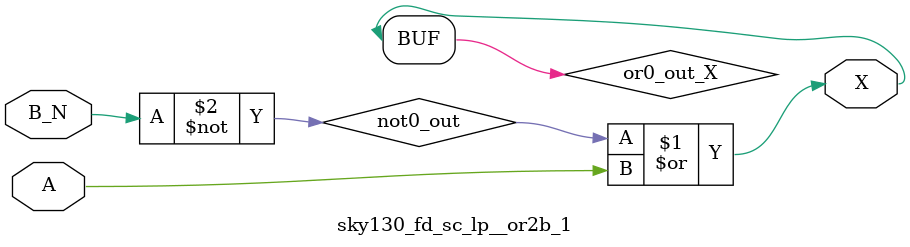
<source format=v>
/*
 * Copyright 2020 The SkyWater PDK Authors
 *
 * Licensed under the Apache License, Version 2.0 (the "License");
 * you may not use this file except in compliance with the License.
 * You may obtain a copy of the License at
 *
 *     https://www.apache.org/licenses/LICENSE-2.0
 *
 * Unless required by applicable law or agreed to in writing, software
 * distributed under the License is distributed on an "AS IS" BASIS,
 * WITHOUT WARRANTIES OR CONDITIONS OF ANY KIND, either express or implied.
 * See the License for the specific language governing permissions and
 * limitations under the License.
 *
 * SPDX-License-Identifier: Apache-2.0
*/


`ifndef SKY130_FD_SC_LP__OR2B_1_FUNCTIONAL_V
`define SKY130_FD_SC_LP__OR2B_1_FUNCTIONAL_V

/**
 * or2b: 2-input OR, first input inverted.
 *
 * Verilog simulation functional model.
 */

`timescale 1ns / 1ps
`default_nettype none

`celldefine
module sky130_fd_sc_lp__or2b_1 (
    X  ,
    A  ,
    B_N
);

    // Module ports
    output X  ;
    input  A  ;
    input  B_N;

    // Local signals
    wire not0_out ;
    wire or0_out_X;

    //  Name  Output     Other arguments
    not not0 (not0_out , B_N            );
    or  or0  (or0_out_X, not0_out, A    );
    buf buf0 (X        , or0_out_X      );

endmodule
`endcelldefine

`default_nettype wire
`endif  // SKY130_FD_SC_LP__OR2B_1_FUNCTIONAL_V

</source>
